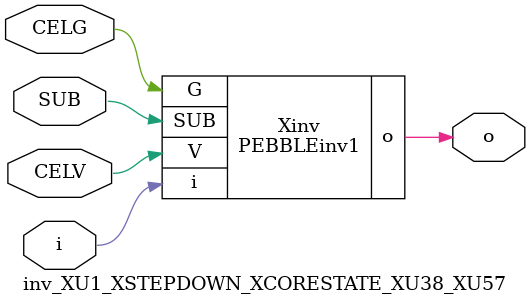
<source format=v>



module PEBBLEinv1 ( o, G, SUB, V, i );

  input V;
  input i;
  input G;
  output o;
  input SUB;
endmodule

//Celera Confidential Do Not Copy inv_XU1_XSTEPDOWN_XCORESTATE_XU38_XU57
//Celera Confidential Symbol Generator
//5V Inverter
module inv_XU1_XSTEPDOWN_XCORESTATE_XU38_XU57 (CELV,CELG,i,o,SUB);
input CELV;
input CELG;
input i;
input SUB;
output o;

//Celera Confidential Do Not Copy inv
PEBBLEinv1 Xinv(
.V (CELV),
.i (i),
.o (o),
.SUB (SUB),
.G (CELG)
);
//,diesize,PEBBLEinv1

//Celera Confidential Do Not Copy Module End
//Celera Schematic Generator
endmodule

</source>
